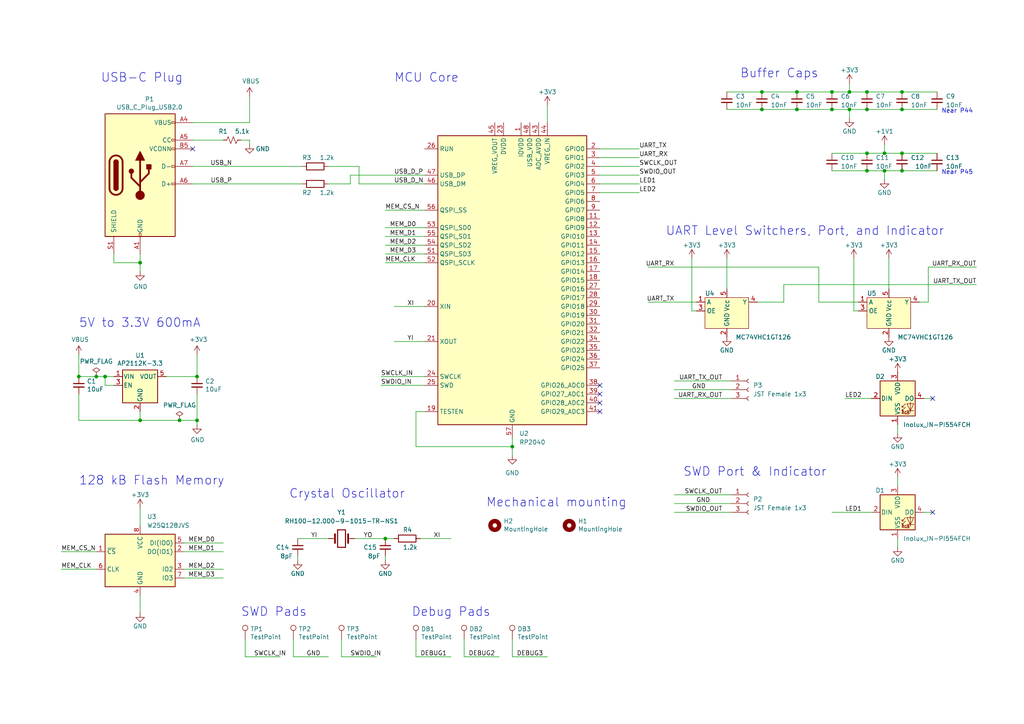
<source format=kicad_sch>
(kicad_sch (version 20211123) (generator eeschema)
  (paper "A4")
  (title_block (title "Expansion Card Template") (date "2020-12-12") (rev "V1.0.2") (company "Framework") (comment 1 "This work is licensed under a Creative Commons Attribution 4.0 International License") (comment 4 "https://frame.work"))
  (lib_symbols
    (symbol "Connector:Conn_01x03_Female" (pin_names (offset 1.016) hide)
      (property "Reference" "J" (at 0 5.08 0))
      (property "Value" "Conn_01x03_Female" (at 0 -5.08 0))
      (symbol "Conn_01x03_Female_1_1"
        (arc (start 0 -2.032) (mid -0.508 -2.54) (end 0 -3.048) (stroke (width 0.1524)))
        (polyline (pts (xy -1.27 -2.54) (xy -0.508 -2.54)) (stroke (width 0.1524)))
        (polyline (pts (xy -1.27 0) (xy -0.508 0)) (stroke (width 0.1524)))
        (polyline (pts (xy -1.27 2.54) (xy -0.508 2.54)) (stroke (width 0.1524)))
        (arc (start 0 0.508) (mid -0.508 0) (end 0 -0.508) (stroke (width 0.1524)))
        (arc (start 0 3.048) (mid -0.508 2.54) (end 0 2.032) (stroke (width 0.1524)))
        (pin passive line (at -5.08 2.54 0) (length 3.81) (name "Pin_1") (number "1"))
        (pin passive line (at -5.08 0 0) (length 3.81) (name "Pin_2") (number "2"))
        (pin passive line (at -5.08 -2.54 0) (length 3.81) (name "Pin_3") (number "3"))
      )
    )
    (symbol "Connector:TestPoint" (pin_numbers hide) (pin_names (offset 0.762) hide)
      (property "Reference" "TP" (at 0 6.858 0))
      (property "Value" "TestPoint" (at 0 5.08 0))
      (symbol "TestPoint_0_1"
        (circle (center 0 3.302) (radius 0.762))
      )
      (symbol "TestPoint_1_1"
        (pin passive line (at 0 0 90) (length 2.54) (name "1") (number "1"))
      )
    )
    (symbol "Connector:USB_C_Plug_USB2.0" (pin_names (offset 1.016))
      (property "Reference" "P" (at -10.16 19.05 0))
      (property "Value" "USB_C_Plug_USB2.0" (at 12.7 19.05 0))
      (symbol "USB_C_Plug_USB2.0_0_0"
        (rectangle (start -0.254 -17.78) (end 0.254 -16.764))
        (rectangle (start 10.16 -2.286) (end 9.144 -2.794))
        (rectangle (start 10.16 2.794) (end 9.144 2.286))
        (rectangle (start 10.16 7.874) (end 9.144 7.366))
        (rectangle (start 10.16 10.414) (end 9.144 9.906))
        (rectangle (start 10.16 15.494) (end 9.144 14.986))
      )
      (symbol "USB_C_Plug_USB2.0_0_1"
        (rectangle (start -10.16 17.78) (end 10.16 -17.78) (stroke (width 0.254)) (fill (type background)))
        (arc (start -8.89 -3.81) (mid -6.985 -5.715) (end -5.08 -3.81) (stroke (width 0.508)))
        (arc (start -7.62 -3.81) (mid -6.985 -4.445) (end -6.35 -3.81) (stroke (width 0.254)))
        (arc (start -7.62 -3.81) (mid -6.985 -4.445) (end -6.35 -3.81) (stroke (width 0.254)) (fill (type outline)))
        (rectangle (start -7.62 -3.81) (end -6.35 3.81) (stroke (width 0.254)) (fill (type outline)))
        (arc (start -6.35 3.81) (mid -6.985 4.445) (end -7.62 3.81) (stroke (width 0.254)))
        (arc (start -6.35 3.81) (mid -6.985 4.445) (end -7.62 3.81) (stroke (width 0.254)) (fill (type outline)))
        (arc (start -5.08 3.81) (mid -6.985 5.715) (end -8.89 3.81) (stroke (width 0.508)))
        (circle (center -2.54 1.143) (radius 0.635) (stroke (width 0.254)) (fill (type outline)))
        (circle (center 0 -5.842) (radius 1.27) (fill (type outline)))
        (polyline (pts (xy -8.89 -3.81) (xy -8.89 3.81)) (stroke (width 0.508)))
        (polyline (pts (xy -5.08 3.81) (xy -5.08 -3.81)) (stroke (width 0.508)))
        (polyline (pts (xy 0 -5.842) (xy 0 4.318)) (stroke (width 0.508)))
        (polyline (pts (xy 0 -3.302) (xy -2.54 -0.762) (xy -2.54 0.508)) (stroke (width 0.508)))
        (polyline (pts (xy 0 -2.032) (xy 2.54 0.508) (xy 2.54 1.778)) (stroke (width 0.508)))
        (polyline (pts (xy -1.27 4.318) (xy 0 6.858) (xy 1.27 4.318) (xy -1.27 4.318)) (stroke (width 0.254)) (fill (type outline)))
        (rectangle (start 1.905 1.778) (end 3.175 3.048) (stroke (width 0.254)) (fill (type outline)))
      )
      (symbol "USB_C_Plug_USB2.0_1_1"
        (pin passive line (at 0 -22.86 90) (length 5.08) (name "GND") (number "A1"))
        (pin passive line (at 0 -22.86 90) (length 5.08) hide (name "GND") (number "A12"))
        (pin passive line (at 15.24 15.24 180) (length 5.08) (name "VBUS") (number "A4"))
        (pin bidirectional line (at 15.24 10.16 180) (length 5.08) (name "CC") (number "A5"))
        (pin bidirectional line (at 15.24 -2.54 180) (length 5.08) (name "D+") (number "A6"))
        (pin bidirectional line (at 15.24 2.54 180) (length 5.08) (name "D-") (number "A7"))
        (pin passive line (at 15.24 15.24 180) (length 5.08) hide (name "VBUS") (number "A9"))
        (pin passive line (at 0 -22.86 90) (length 5.08) hide (name "GND") (number "B1"))
        (pin passive line (at 0 -22.86 90) (length 5.08) hide (name "GND") (number "B12"))
        (pin passive line (at 15.24 15.24 180) (length 5.08) hide (name "VBUS") (number "B4"))
        (pin bidirectional line (at 15.24 7.62 180) (length 5.08) (name "VCONN") (number "B5"))
        (pin passive line (at 15.24 15.24 180) (length 5.08) hide (name "VBUS") (number "B9"))
        (pin passive line (at -7.62 -22.86 90) (length 5.08) (name "SHIELD") (number "S1"))
      )
    )
    (symbol "Device:C_Small" (pin_numbers hide) (pin_names (offset 0.254) hide)
      (property "Reference" "C" (at 0.254 1.778 0))
      (property "Value" "C_Small" (at 0.254 -2.032 0))
      (symbol "C_Small_0_1"
        (polyline (pts (xy -1.524 -0.508) (xy 1.524 -0.508)) (stroke (width 0.3302)))
        (polyline (pts (xy -1.524 0.508) (xy 1.524 0.508)) (stroke (width 0.3048)))
      )
      (symbol "C_Small_1_1"
        (pin passive line (at 0 2.54 270) (length 2.032) (name "~") (number "1"))
        (pin passive line (at 0 -2.54 90) (length 2.032) (name "~") (number "2"))
      )
    )
    (symbol "Device:Crystal" (pin_numbers hide) (pin_names (offset 1.016) hide)
      (property "Reference" "Y" (at 0 3.81 0))
      (property "Value" "Crystal" (at 0 -3.81 0))
      (symbol "Crystal_0_1"
        (rectangle (start -1.143 2.54) (end 1.143 -2.54) (stroke (width 0.3048)))
        (polyline (pts (xy -2.54 0) (xy -1.905 0)))
        (polyline (pts (xy -1.905 -1.27) (xy -1.905 1.27)) (stroke (width 0.508)))
        (polyline (pts (xy 1.905 -1.27) (xy 1.905 1.27)) (stroke (width 0.508)))
        (polyline (pts (xy 2.54 0) (xy 1.905 0)))
      )
      (symbol "Crystal_1_1"
        (pin passive line (at -3.81 0 0) (length 1.27) (name "1") (number "1"))
        (pin passive line (at 3.81 0 180) (length 1.27) (name "2") (number "2"))
      )
    )
    (symbol "Device:R" (pin_numbers hide) (pin_names (offset 0))
      (property "Reference" "R" (at 2.032 0 90))
      (property "Value" "R" (at 0 0 90))
      (symbol "R_0_1"
        (rectangle (start -1.016 -2.54) (end 1.016 2.54) (stroke (width 0.254)))
      )
      (symbol "R_1_1"
        (pin passive line (at 0 3.81 270) (length 1.27) (name "~") (number "1"))
        (pin passive line (at 0 -3.81 90) (length 1.27) (name "~") (number "2"))
      )
    )
    (symbol "Device:R_Small_US" (pin_numbers hide) (pin_names (offset 0.254) hide)
      (property "Reference" "R" (at 0.762 0.508 0))
      (property "Value" "R_Small_US" (at 0.762 -1.016 0))
      (symbol "R_Small_US_1_1"
        (polyline (pts (xy 0 0) (xy 1.016 -0.381) (xy 0 -0.762) (xy -1.016 -1.143) (xy 0 -1.524)))
        (polyline (pts (xy 0 1.524) (xy 1.016 1.143) (xy 0 0.762) (xy -1.016 0.381) (xy 0 0)))
        (pin passive line (at 0 2.54 270) (length 1.016) (name "~") (number "1"))
        (pin passive line (at 0 -2.54 90) (length 1.016) (name "~") (number "2"))
      )
    )
    (symbol "Expansion_Card-rescue:+3.3V-power" (power) (pin_names (offset 0))
      (property "Value" "+3.3V-power" (at 0 3.556 0))
      (symbol "+3.3V-power_0_1"
        (polyline (pts (xy -0.762 1.27) (xy 0 2.54)))
        (polyline (pts (xy 0 0) (xy 0 2.54)))
        (polyline (pts (xy 0 2.54) (xy 0.762 1.27)))
      )
      (symbol "+3.3V-power_1_1"
        (pin power_in line (at 0 0 90) (length 0) hide (name "+3V3") (number "1"))
      )
    )
    (symbol "KKicadLib:MC74VHC1GT126"
      (property "Reference" "U?" (at -6.35 5.08 0))
      (property "Value" "MC74VHC1GT126" (at 8.89 -6.35 0))
      (symbol "MC74VHC1GT126_0_0"
        (pin input line (at -8.89 2.54 0) (length 2.54) (name "A") (number "1"))
        (pin passive line (at 0 -7.62 90) (length 2.54) (name "GND") (number "2"))
        (pin input line (at -8.89 0 0) (length 2.54) (name "OE") (number "3"))
        (pin output line (at 8.89 2.54 180) (length 2.54) (name "Y") (number "4"))
        (pin power_in line (at 0 6.35 270) (length 2.54) (name "Vcc") (number "5"))
      )
      (symbol "MC74VHC1GT126_0_1"
        (rectangle (start -6.35 3.81) (end 6.35 -5.08) (fill (type background)))
      )
    )
    (symbol "LED:Inolux_IN-PI554FCH" (pin_names (offset 0.254))
      (property "Reference" "D" (at 5.08 5.715 0))
      (property "Value" "Inolux_IN-PI554FCH" (at 1.27 -5.715 0))
      (symbol "Inolux_IN-PI554FCH_0_0"
        (text "RGB" (at 2.286 -4.191 0) (effects (font (size 0.762 0.762))))
      )
      (symbol "Inolux_IN-PI554FCH_0_1"
        (polyline (pts (xy 1.27 -3.556) (xy 1.778 -3.556)))
        (polyline (pts (xy 1.27 -2.54) (xy 1.778 -2.54)))
        (polyline (pts (xy 4.699 -3.556) (xy 2.667 -3.556)))
        (polyline (pts (xy 2.286 -2.54) (xy 1.27 -3.556) (xy 1.27 -3.048)))
        (polyline (pts (xy 2.286 -1.524) (xy 1.27 -2.54) (xy 1.27 -2.032)))
        (polyline (pts (xy 3.683 -1.016) (xy 3.683 -3.556) (xy 3.683 -4.064)))
        (polyline (pts (xy 4.699 -1.524) (xy 2.667 -1.524) (xy 3.683 -3.556) (xy 4.699 -1.524)))
        (rectangle (start 5.08 5.08) (end -5.08 -5.08) (stroke (width 0.254)) (fill (type background)))
      )
      (symbol "Inolux_IN-PI554FCH_1_1"
        (pin power_in line (at 0 -7.62 90) (length 2.54) (name "VSS") (number "1"))
        (pin input line (at -7.62 0 0) (length 2.54) (name "DIN") (number "2"))
        (pin power_in line (at 0 7.62 270) (length 2.54) (name "VDD") (number "3"))
        (pin output line (at 7.62 0 180) (length 2.54) (name "DO") (number "4"))
      )
    )
    (symbol "MC74VHC1GT126_1"
      (property "Reference" "U?" (at -6.35 5.08 0))
      (property "Value" "MC74VHC1GT126_1" (at 8.89 -6.35 0))
      (symbol "MC74VHC1GT126_1_0_0"
        (pin input line (at -8.89 2.54 0) (length 2.54) (name "A") (number "1"))
        (pin passive line (at 0 -7.62 90) (length 2.54) (name "GND") (number "2"))
        (pin input line (at -8.89 0 0) (length 2.54) (name "OE") (number "3"))
        (pin output line (at 8.89 2.54 180) (length 2.54) (name "Y") (number "4"))
        (pin power_in line (at 0 6.35 270) (length 2.54) (name "Vcc") (number "5"))
      )
      (symbol "MC74VHC1GT126_1_0_1"
        (rectangle (start -6.35 3.81) (end 6.35 -5.08) (fill (type background)))
      )
    )
    (symbol "MCU_RaspberryPi:RP2040"
      (property "Reference" "U" (at 17.78 45.72 0))
      (property "Value" "RP2040" (at 17.78 43.18 0))
      (symbol "RP2040_0_1"
        (rectangle (start -21.59 41.91) (end 21.59 -41.91) (stroke (width 0.254)) (fill (type background)))
      )
      (symbol "RP2040_1_1"
        (pin power_in line (at 2.54 45.72 270) (length 3.81) (name "IOVDD") (number "1"))
        (pin passive line (at 2.54 45.72 270) (length 3.81) hide (name "IOVDD") (number "10"))
        (pin bidirectional line (at 25.4 17.78 180) (length 3.81) (name "GPIO8") (number "11"))
        (pin bidirectional line (at 25.4 15.24 180) (length 3.81) (name "GPIO9") (number "12"))
        (pin bidirectional line (at 25.4 12.7 180) (length 3.81) (name "GPIO10") (number "13"))
        (pin bidirectional line (at 25.4 10.16 180) (length 3.81) (name "GPIO11") (number "14"))
        (pin bidirectional line (at 25.4 7.62 180) (length 3.81) (name "GPIO12") (number "15"))
        (pin bidirectional line (at 25.4 5.08 180) (length 3.81) (name "GPIO13") (number "16"))
        (pin bidirectional line (at 25.4 2.54 180) (length 3.81) (name "GPIO14") (number "17"))
        (pin bidirectional line (at 25.4 0 180) (length 3.81) (name "GPIO15") (number "18"))
        (pin input line (at -25.4 -38.1 0) (length 3.81) (name "TESTEN") (number "19"))
        (pin bidirectional line (at 25.4 38.1 180) (length 3.81) (name "GPIO0") (number "2"))
        (pin input line (at -25.4 -7.62 0) (length 3.81) (name "XIN") (number "20"))
        (pin passive line (at -25.4 -17.78 0) (length 3.81) (name "XOUT") (number "21"))
        (pin passive line (at 2.54 45.72 270) (length 3.81) hide (name "IOVDD") (number "22"))
        (pin power_in line (at -2.54 45.72 270) (length 3.81) (name "DVDD") (number "23"))
        (pin output line (at -25.4 -27.94 0) (length 3.81) (name "SWCLK") (number "24"))
        (pin bidirectional line (at -25.4 -30.48 0) (length 3.81) (name "SWD") (number "25"))
        (pin input line (at -25.4 38.1 0) (length 3.81) (name "RUN") (number "26"))
        (pin bidirectional line (at 25.4 -2.54 180) (length 3.81) (name "GPIO16") (number "27"))
        (pin bidirectional line (at 25.4 -5.08 180) (length 3.81) (name "GPIO17") (number "28"))
        (pin bidirectional line (at 25.4 -7.62 180) (length 3.81) (name "GPIO18") (number "29"))
        (pin bidirectional line (at 25.4 35.56 180) (length 3.81) (name "GPIO1") (number "3"))
        (pin bidirectional line (at 25.4 -10.16 180) (length 3.81) (name "GPIO19") (number "30"))
        (pin bidirectional line (at 25.4 -12.7 180) (length 3.81) (name "GPIO20") (number "31"))
        (pin bidirectional line (at 25.4 -15.24 180) (length 3.81) (name "GPIO21") (number "32"))
        (pin passive line (at 2.54 45.72 270) (length 3.81) hide (name "IOVDD") (number "33"))
        (pin bidirectional line (at 25.4 -17.78 180) (length 3.81) (name "GPIO22") (number "34"))
        (pin bidirectional line (at 25.4 -20.32 180) (length 3.81) (name "GPIO23") (number "35"))
        (pin bidirectional line (at 25.4 -22.86 180) (length 3.81) (name "GPIO24") (number "36"))
        (pin bidirectional line (at 25.4 -25.4 180) (length 3.81) (name "GPIO25") (number "37"))
        (pin bidirectional line (at 25.4 -30.48 180) (length 3.81) (name "GPIO26_ADC0") (number "38"))
        (pin bidirectional line (at 25.4 -33.02 180) (length 3.81) (name "GPIO27_ADC1") (number "39"))
        (pin bidirectional line (at 25.4 33.02 180) (length 3.81) (name "GPIO2") (number "4"))
        (pin bidirectional line (at 25.4 -35.56 180) (length 3.81) (name "GPIO28_ADC2") (number "40"))
        (pin bidirectional line (at 25.4 -38.1 180) (length 3.81) (name "GPIO29_ADC3") (number "41"))
        (pin passive line (at 2.54 45.72 270) (length 3.81) hide (name "IOVDD") (number "42"))
        (pin power_in line (at 7.62 45.72 270) (length 3.81) (name "ADC_AVDD") (number "43"))
        (pin power_in line (at 10.16 45.72 270) (length 3.81) (name "VREG_IN") (number "44"))
        (pin power_out line (at -5.08 45.72 270) (length 3.81) (name "VREG_VOUT") (number "45"))
        (pin bidirectional line (at -25.4 27.94 0) (length 3.81) (name "USB_DM") (number "46"))
        (pin bidirectional line (at -25.4 30.48 0) (length 3.81) (name "USB_DP") (number "47"))
        (pin power_in line (at 5.08 45.72 270) (length 3.81) (name "USB_VDD") (number "48"))
        (pin passive line (at 2.54 45.72 270) (length 3.81) hide (name "IOVDD") (number "49"))
        (pin bidirectional line (at 25.4 30.48 180) (length 3.81) (name "GPIO3") (number "5"))
        (pin passive line (at -2.54 45.72 270) (length 3.81) hide (name "DVDD") (number "50"))
        (pin bidirectional line (at -25.4 7.62 0) (length 3.81) (name "QSPI_SD3") (number "51"))
        (pin output line (at -25.4 5.08 0) (length 3.81) (name "QSPI_SCLK") (number "52"))
        (pin bidirectional line (at -25.4 15.24 0) (length 3.81) (name "QSPI_SD0") (number "53"))
        (pin bidirectional line (at -25.4 10.16 0) (length 3.81) (name "QSPI_SD2") (number "54"))
        (pin bidirectional line (at -25.4 12.7 0) (length 3.81) (name "QSPI_SD1") (number "55"))
        (pin bidirectional line (at -25.4 20.32 0) (length 3.81) (name "QSPI_SS") (number "56"))
        (pin power_in line (at 0 -45.72 90) (length 3.81) (name "GND") (number "57"))
        (pin bidirectional line (at 25.4 27.94 180) (length 3.81) (name "GPIO4") (number "6"))
        (pin bidirectional line (at 25.4 25.4 180) (length 3.81) (name "GPIO5") (number "7"))
        (pin bidirectional line (at 25.4 22.86 180) (length 3.81) (name "GPIO6") (number "8"))
        (pin bidirectional line (at 25.4 20.32 180) (length 3.81) (name "GPIO7") (number "9"))
      )
    )
    (symbol "Mechanical:MountingHole" (pin_names (offset 1.016))
      (property "Reference" "H" (at 0 5.08 0))
      (property "Value" "MountingHole" (at 0 3.175 0))
      (symbol "MountingHole_0_1"
        (circle (center 0 0) (radius 1.27) (stroke (width 1.27)))
      )
    )
    (symbol "Memory_Flash:W25Q128JVS"
      (property "Reference" "U" (at -8.89 8.89 0))
      (property "Value" "W25Q128JVS" (at 7.62 8.89 0))
      (symbol "W25Q128JVS_0_1"
        (rectangle (start -10.16 7.62) (end 10.16 -7.62) (stroke (width 0.254)) (fill (type background)))
      )
      (symbol "W25Q128JVS_1_1"
        (pin input line (at -12.7 2.54 0) (length 2.54) (name "~{CS}") (number "1"))
        (pin bidirectional line (at 12.7 2.54 180) (length 2.54) (name "DO(IO1)") (number "2"))
        (pin bidirectional line (at 12.7 -2.54 180) (length 2.54) (name "IO2") (number "3"))
        (pin power_in line (at 0 -10.16 90) (length 2.54) (name "GND") (number "4"))
        (pin bidirectional line (at 12.7 5.08 180) (length 2.54) (name "DI(IO0)") (number "5"))
        (pin input line (at -12.7 -2.54 0) (length 2.54) (name "CLK") (number "6"))
        (pin bidirectional line (at 12.7 -5.08 180) (length 2.54) (name "IO3") (number "7"))
        (pin power_in line (at 0 10.16 270) (length 2.54) (name "VCC") (number "8"))
      )
    )
    (symbol "Regulator_Linear:AP2112K-3.3" (pin_names (offset 0.254))
      (property "Reference" "U" (at -5.08 5.715 0))
      (property "Value" "AP2112K-3.3" (at 0 5.715 0))
      (symbol "AP2112K-3.3_0_1"
        (rectangle (start -5.08 4.445) (end 5.08 -5.08) (stroke (width 0.254)) (fill (type background)))
      )
      (symbol "AP2112K-3.3_1_1"
        (pin power_in line (at -7.62 2.54 0) (length 2.54) (name "VIN") (number "1"))
        (pin power_in line (at 0 -7.62 90) (length 2.54) (name "GND") (number "2"))
        (pin input line (at -7.62 0 0) (length 2.54) (name "EN") (number "3"))
        (pin no_connect line (at 5.08 0 180) (length 2.54) hide (name "NC") (number "4"))
        (pin power_out line (at 7.62 2.54 180) (length 2.54) (name "VOUT") (number "5"))
      )
    )
    (symbol "power:+1V1" (power) (pin_names (offset 0))
      (property "Value" "+1V1" (at 0 3.556 0))
      (symbol "+1V1_0_1"
        (polyline (pts (xy -0.762 1.27) (xy 0 2.54)))
        (polyline (pts (xy 0 0) (xy 0 2.54)))
        (polyline (pts (xy 0 2.54) (xy 0.762 1.27)))
      )
      (symbol "+1V1_1_1"
        (pin power_in line (at 0 0 90) (length 0) hide (name "+1V1") (number "1"))
      )
    )
    (symbol "power:+3V3" (power) (pin_names (offset 0))
      (property "Value" "+3V3" (at 0 3.556 0))
      (symbol "+3V3_0_1"
        (polyline (pts (xy -0.762 1.27) (xy 0 2.54)))
        (polyline (pts (xy 0 0) (xy 0 2.54)))
        (polyline (pts (xy 0 2.54) (xy 0.762 1.27)))
      )
      (symbol "+3V3_1_1"
        (pin power_in line (at 0 0 90) (length 0) hide (name "+3V3") (number "1"))
      )
    )
    (symbol "power:GND" (power) (pin_names (offset 0))
      (property "Value" "GND" (at 0 -3.81 0))
      (symbol "GND_0_1"
        (polyline (pts (xy 0 0) (xy 0 -1.27) (xy 1.27 -1.27) (xy 0 -2.54) (xy -1.27 -1.27) (xy 0 -1.27)))
      )
      (symbol "GND_1_1"
        (pin power_in line (at 0 0 270) (length 0) hide (name "GND") (number "1"))
      )
    )
    (symbol "power:PWR_FLAG" (power) (pin_numbers hide) (pin_names (offset 0) hide)
      (property "Value" "PWR_FLAG" (at 0 3.81 0))
      (symbol "PWR_FLAG_0_0"
        (pin power_out line (at 0 0 90) (length 0) (name "pwr") (number "1"))
      )
      (symbol "PWR_FLAG_0_1"
        (polyline (pts (xy 0 0) (xy 0 1.27) (xy -1.016 1.905) (xy 0 2.54) (xy 1.016 1.905) (xy 0 1.27)))
      )
    )
    (symbol "power:VBUS" (power) (pin_names (offset 0))
      (property "Value" "VBUS" (at 0 3.81 0))
      (symbol "VBUS_0_1"
        (polyline (pts (xy -0.762 1.27) (xy 0 2.54)))
        (polyline (pts (xy 0 0) (xy 0 2.54)))
        (polyline (pts (xy 0 2.54) (xy 0.762 1.27)))
      )
      (symbol "VBUS_1_1"
        (pin power_in line (at 0 0 90) (length 0) hide (name "VBUS") (number "1"))
      )
    )
  )
  (junction (at 220.98 26.67))
  (junction (at 261.62 49.53))
  (junction (at 256.54 44.45))
  (junction (at 261.62 31.75))
  (junction (at 220.98 31.75))
  (junction (at 256.54 49.53))
  (junction (at 40.64 121.92))
  (junction (at 111.76 156.21))
  (junction (at 246.38 31.75))
  (junction (at 251.46 26.67))
  (junction (at 251.46 44.45))
  (junction (at 30.48 109.22))
  (junction (at 148.59 129.54))
  (junction (at 246.38 26.67))
  (junction (at 57.15 109.22))
  (junction (at 52.07 121.92))
  (junction (at 57.15 121.92))
  (junction (at 231.14 26.67))
  (junction (at 40.64 76.2))
  (junction (at 241.3 26.67))
  (junction (at 231.14 31.75))
  (junction (at 241.3 31.75))
  (junction (at 251.46 31.75))
  (junction (at 27.94 109.22))
  (junction (at 251.46 49.53))
  (junction (at 22.86 109.22))
  (junction (at 261.62 26.67))
  (junction (at 261.62 44.45))
  (no_connect (at 270.51 115.57))
  (no_connect (at 55.88 43.18))
  (no_connect (at 270.51 148.59))
  (no_connect (at 173.99 119.38))
  (no_connect (at 173.99 111.76))
  (no_connect (at 173.99 116.84))
  (no_connect (at 173.99 114.3))
  (wire (pts (xy 17.78 165.1) (xy 27.94 165.1)))
  (wire (pts (xy 241.3 44.45) (xy 251.46 44.45)))
  (wire (pts (xy 187.96 77.47) (xy 237.49 77.47)))
  (wire (pts (xy 102.87 156.21) (xy 111.76 156.21)))
  (wire (pts (xy 195.58 110.49) (xy 212.09 110.49)))
  (wire (pts (xy 53.34 160.02) (xy 64.77 160.02)))
  (wire (pts (xy 55.88 48.26) (xy 87.63 48.26)))
  (wire (pts (xy 241.3 148.59) (xy 252.73 148.59)))
  (wire (pts (xy 40.64 147.32) (xy 40.64 152.4)))
  (wire (pts (xy 251.46 49.53) (xy 256.54 49.53)))
  (wire (pts (xy 95.25 48.26) (xy 104.14 48.26)))
  (wire (pts (xy 246.38 26.67) (xy 251.46 26.67)))
  (wire (pts (xy 246.38 24.13) (xy 246.38 26.67)))
  (wire (pts (xy 195.58 146.05) (xy 212.09 146.05)))
  (wire (pts (xy 22.86 102.87) (xy 22.86 109.22)))
  (wire (pts (xy 111.76 76.2) (xy 123.19 76.2)))
  (wire (pts (xy 40.64 172.72) (xy 40.64 177.8)))
  (wire (pts (xy 261.62 49.53) (xy 271.78 49.53)))
  (wire (pts (xy 173.99 53.34) (xy 185.42 53.34)))
  (wire (pts (xy 220.98 31.75) (xy 231.14 31.75)))
  (wire (pts (xy 158.75 30.48) (xy 158.75 35.56)))
  (wire (pts (xy 237.49 87.63) (xy 248.92 87.63)))
  (wire (pts (xy 27.94 109.22) (xy 30.48 109.22)))
  (wire (pts (xy 173.99 55.88) (xy 185.42 55.88)))
  (wire (pts (xy 210.82 31.75) (xy 220.98 31.75)))
  (wire (pts (xy 72.39 35.56) (xy 72.39 27.94)))
  (wire (pts (xy 53.34 157.48) (xy 64.77 157.48)))
  (wire (pts (xy 219.71 87.63) (xy 227.33 87.63)))
  (wire (pts (xy 110.49 109.22) (xy 123.19 109.22)))
  (wire (pts (xy 256.54 49.53) (xy 261.62 49.53)))
  (wire (pts (xy 30.48 111.76) (xy 30.48 109.22)))
  (wire (pts (xy 114.3 88.9) (xy 123.19 88.9)))
  (wire (pts (xy 52.07 121.92) (xy 57.15 121.92)))
  (wire (pts (xy 48.26 109.22) (xy 57.15 109.22)))
  (wire (pts (xy 187.96 87.63) (xy 201.93 87.63)))
  (wire (pts (xy 69.85 40.64) (xy 72.39 40.64)))
  (wire (pts (xy 195.58 148.59) (xy 212.09 148.59)))
  (wire (pts (xy 251.46 31.75) (xy 261.62 31.75)))
  (wire (pts (xy 257.81 74.93) (xy 257.81 83.82)))
  (wire (pts (xy 114.3 99.06) (xy 123.19 99.06)))
  (wire (pts (xy 220.98 26.67) (xy 231.14 26.67)))
  (wire (pts (xy 148.59 129.54) (xy 148.59 132.08)))
  (wire (pts (xy 120.65 129.54) (xy 148.59 129.54)))
  (wire (pts (xy 261.62 31.75) (xy 271.78 31.75)))
  (wire (pts (xy 148.59 185.42) (xy 148.59 190.5)))
  (wire (pts (xy 241.3 49.53) (xy 251.46 49.53)))
  (wire (pts (xy 247.65 74.93) (xy 247.65 90.17)))
  (wire (pts (xy 55.88 40.64) (xy 64.77 40.64)))
  (wire (pts (xy 111.76 60.96) (xy 123.19 60.96)))
  (wire (pts (xy 55.88 35.56) (xy 72.39 35.56)))
  (wire (pts (xy 85.09 185.42) (xy 85.09 190.5)))
  (wire (pts (xy 33.02 76.2) (xy 40.64 76.2)))
  (wire (pts (xy 57.15 114.3) (xy 57.15 121.92)))
  (wire (pts (xy 30.48 109.22) (xy 33.02 109.22)))
  (wire (pts (xy 173.99 48.26) (xy 185.42 48.26)))
  (wire (pts (xy 261.62 44.45) (xy 271.78 44.45)))
  (wire (pts (xy 173.99 50.8) (xy 185.42 50.8)))
  (wire (pts (xy 95.25 53.34) (xy 101.6 53.34)))
  (wire (pts (xy 260.35 138.43) (xy 260.35 140.97)))
  (wire (pts (xy 260.35 123.19) (xy 260.35 125.73)))
  (wire (pts (xy 246.38 31.75) (xy 251.46 31.75)))
  (wire (pts (xy 22.86 121.92) (xy 40.64 121.92)))
  (wire (pts (xy 99.06 190.5) (xy 109.22 190.5)))
  (wire (pts (xy 283.21 77.47) (xy 269.24 77.47)))
  (wire (pts (xy 256.54 44.45) (xy 261.62 44.45)))
  (wire (pts (xy 195.58 143.51) (xy 212.09 143.51)))
  (wire (pts (xy 111.76 161.29) (xy 111.76 162.56)))
  (wire (pts (xy 251.46 26.67) (xy 261.62 26.67)))
  (wire (pts (xy 33.02 111.76) (xy 30.48 111.76)))
  (wire (pts (xy 256.54 41.91) (xy 256.54 44.45)))
  (wire (pts (xy 134.62 185.42) (xy 134.62 190.5)))
  (wire (pts (xy 231.14 26.67) (xy 241.3 26.67)))
  (wire (pts (xy 104.14 53.34) (xy 104.14 48.26)))
  (wire (pts (xy 111.76 68.58) (xy 123.19 68.58)))
  (wire (pts (xy 241.3 26.67) (xy 246.38 26.67)))
  (wire (pts (xy 72.39 40.64) (xy 72.39 41.91)))
  (wire (pts (xy 120.65 190.5) (xy 130.81 190.5)))
  (wire (pts (xy 267.97 148.59) (xy 270.51 148.59)))
  (wire (pts (xy 200.66 74.93) (xy 200.66 90.17)))
  (wire (pts (xy 57.15 102.87) (xy 57.15 109.22)))
  (wire (pts (xy 123.19 119.38) (xy 120.65 119.38)))
  (wire (pts (xy 251.46 44.45) (xy 256.54 44.45)))
  (wire (pts (xy 241.3 31.75) (xy 246.38 31.75)))
  (wire (pts (xy 40.64 76.2) (xy 40.64 73.66)))
  (wire (pts (xy 227.33 87.63) (xy 227.33 82.55)))
  (wire (pts (xy 134.62 190.5) (xy 144.78 190.5)))
  (wire (pts (xy 120.65 119.38) (xy 120.65 129.54)))
  (wire (pts (xy 40.64 119.38) (xy 40.64 121.92)))
  (wire (pts (xy 99.06 185.42) (xy 99.06 190.5)))
  (wire (pts (xy 246.38 31.75) (xy 246.38 34.29)))
  (wire (pts (xy 123.19 53.34) (xy 104.14 53.34)))
  (wire (pts (xy 148.59 127) (xy 148.59 129.54)))
  (wire (pts (xy 231.14 31.75) (xy 241.3 31.75)))
  (wire (pts (xy 57.15 121.92) (xy 57.15 123.19)))
  (wire (pts (xy 55.88 53.34) (xy 87.63 53.34)))
  (wire (pts (xy 86.36 156.21) (xy 95.25 156.21)))
  (wire (pts (xy 111.76 73.66) (xy 123.19 73.66)))
  (wire (pts (xy 121.92 156.21) (xy 130.81 156.21)))
  (wire (pts (xy 201.93 90.17) (xy 200.66 90.17)))
  (wire (pts (xy 237.49 77.47) (xy 237.49 87.63)))
  (wire (pts (xy 33.02 73.66) (xy 33.02 76.2)))
  (wire (pts (xy 85.09 190.5) (xy 95.25 190.5)))
  (wire (pts (xy 110.49 111.76) (xy 123.19 111.76)))
  (wire (pts (xy 269.24 77.47) (xy 269.24 87.63)))
  (wire (pts (xy 114.3 156.21) (xy 111.76 156.21)))
  (wire (pts (xy 22.86 114.3) (xy 22.86 121.92)))
  (wire (pts (xy 111.76 71.12) (xy 123.19 71.12)))
  (wire (pts (xy 71.12 185.42) (xy 71.12 190.5)))
  (wire (pts (xy 22.86 109.22) (xy 27.94 109.22)))
  (wire (pts (xy 195.58 113.03) (xy 212.09 113.03)))
  (wire (pts (xy 227.33 82.55) (xy 283.21 82.55)))
  (wire (pts (xy 195.58 115.57) (xy 212.09 115.57)))
  (wire (pts (xy 101.6 50.8) (xy 123.19 50.8)))
  (wire (pts (xy 40.64 78.74) (xy 40.64 76.2)))
  (wire (pts (xy 71.12 190.5) (xy 81.28 190.5)))
  (wire (pts (xy 261.62 26.67) (xy 271.78 26.67)))
  (wire (pts (xy 267.97 115.57) (xy 270.51 115.57)))
  (wire (pts (xy 40.64 121.92) (xy 52.07 121.92)))
  (wire (pts (xy 111.76 66.04) (xy 123.19 66.04)))
  (wire (pts (xy 53.34 165.1) (xy 64.77 165.1)))
  (wire (pts (xy 256.54 49.53) (xy 256.54 52.07)))
  (wire (pts (xy 53.34 167.64) (xy 64.77 167.64)))
  (wire (pts (xy 120.65 185.42) (xy 120.65 190.5)))
  (wire (pts (xy 148.59 190.5) (xy 158.75 190.5)))
  (wire (pts (xy 86.36 161.29) (xy 86.36 162.56)))
  (wire (pts (xy 173.99 43.18) (xy 185.42 43.18)))
  (wire (pts (xy 247.65 90.17) (xy 248.92 90.17)))
  (wire (pts (xy 173.99 45.72) (xy 185.42 45.72)))
  (wire (pts (xy 210.82 26.67) (xy 220.98 26.67)))
  (wire (pts (xy 260.35 156.21) (xy 260.35 158.75)))
  (wire (pts (xy 245.11 115.57) (xy 252.73 115.57)))
  (wire (pts (xy 17.78 160.02) (xy 27.94 160.02)))
  (wire (pts (xy 269.24 87.63) (xy 266.7 87.63)))
  (wire (pts (xy 101.6 53.34) (xy 101.6 50.8)))
  (wire (pts (xy 210.82 74.93) (xy 210.82 83.82)))
  (text "SWD Port & Indicator" (at 198.12 138.43 0) (effects (font (size 2.54 2.54)) (justify left bottom)))
  (text "UART Level Switchers, Port, and Indicator" (at 193.04 68.58 0) (effects (font (size 2.54 2.54)) (justify left bottom)))
  (text "5V to 3.3V 600mA" (at 22.86 95.25 0) (effects (font (size 2.54 2.54)) (justify left bottom)))
  (text "Debug Pads" (at 119.38 179.07 0) (effects (font (size 2.54 2.54)) (justify left bottom)))
  (text "Mechanical mounting" (at 140.97 147.32 0) (effects (font (size 2.54 2.54)) (justify left bottom)))
  (text "Buffer Caps" (at 214.63 22.86 0) (effects (font (size 2.54 2.54)) (justify left bottom)))
  (text "MCU Core" (at 114.3 24.13 0) (effects (font (size 2.54 2.54)) (justify left bottom)))
  (text "128 kB Flash Memory" (at 22.86 140.97 0) (effects (font (size 2.54 2.54)) (justify left bottom)))
  (text "USB-C Plug" (at 29.21 24.13 0) (effects (font (size 2.54 2.54)) (justify left bottom)))
  (text "Near P44" (at 273.05 33.02 0) (effects (font (size 1.27 1.27)) (justify left bottom)))
  (text "Crystal Oscillator" (at 83.82 144.78 0) (effects (font (size 2.54 2.54)) (justify left bottom)))
  (text "SWD Pads" (at 69.85 179.07 0) (effects (font (size 2.54 2.54)) (justify left bottom)))
  (text "Near P45" (at 273.05 50.8 0) (effects (font (size 1.27 1.27)) (justify left bottom)))
  (label "MEM_D2" (at 113.03 71.12 0))
  (label "MEM_D1" (at 113.03 68.58 0))
  (label "GND" (at 200.66 113.03 0))
  (label "XI" (at 118.11 88.9 0))
  (label "USB_D_P" (at 114.3 50.8 0))
  (label "YI" (at 118.11 99.06 0))
  (label "GND" (at 88.9 190.5 0))
  (label "MEM_CS_N" (at 111.76 60.96 0))
  (label "UART_TX_OUT" (at 283.21 82.55 180))
  (label "MEM_D2" (at 54.61 165.1 0))
  (label "DEBUG3" (at 149.86 190.5 0))
  (label "LED1" (at 245.11 148.59 0))
  (label "GND" (at 201.93 146.05 0))
  (label "UART_RX" (at 185.42 45.72 0))
  (label "USB_D_N" (at 114.3 53.34 0))
  (label "UART_RX" (at 195.58 77.47 180))
  (label "XI" (at 125.73 156.21 0))
  (label "SWCLK_IN" (at 110.49 109.22 0))
  (label "MEM_CLK" (at 17.78 165.1 0))
  (label "SWDIO_IN" (at 101.6 190.5 0))
  (label "UART_TX_OUT" (at 209.55 110.49 180))
  (label "MEM_CS_N" (at 17.78 160.02 0))
  (label "DEBUG2" (at 135.89 190.5 0))
  (label "DEBUG1" (at 121.92 190.5 0))
  (label "UART_TX" (at 185.42 43.18 0))
  (label "MEM_D1" (at 54.61 160.02 0))
  (label "SWCLK_IN" (at 73.66 190.5 0))
  (label "SWDIO_OUT" (at 185.42 50.8 0))
  (label "SWCLK_OUT" (at 185.42 48.26 0))
  (label "USB_N" (at 67.31 48.26 180))
  (label "UART_TX" (at 195.58 87.63 180))
  (label "LED1" (at 185.42 53.34 0))
  (label "USB_P" (at 67.31 53.34 180))
  (label "SWDIO_IN" (at 110.49 111.76 0))
  (label "LED2" (at 245.11 115.57 0))
  (label "UART_RX_OUT" (at 209.55 115.57 180))
  (label "SWCLK_OUT" (at 209.55 143.51 180))
  (label "MEM_D0" (at 54.61 157.48 0))
  (label "MEM_D0" (at 113.03 66.04 0))
  (label "LED2" (at 185.42 55.88 0))
  (label "SWDIO_OUT" (at 209.55 148.59 180))
  (label "MEM_CLK" (at 111.76 76.2 0))
  (label "MEM_D3" (at 113.03 73.66 0))
  (label "YO" (at 105.41 156.21 0))
  (label "UART_RX_OUT" (at 283.21 77.47 180))
  (label "YI" (at 90.17 156.21 0))
  (label "MEM_D3" (at 54.61 167.64 0))
  (symbol (lib_id "Regulator_Linear:AP2112K-3.3") (at 40.64 111.76 0) (unit 1)
    (property "Reference" "U1" (at 40.64 103.0732 0))
    (property "Value" "AP2112K-3.3" (at 40.64 105.3846 0))
    (property "Footprint" "Package_TO_SOT_SMD:SOT-23-5" (effects hide))
    (property "Datasheet" "https://www.diodes.com/assets/Datasheets/AP2112.pdf" (effects hide))
  )
  (symbol (lib_id "Device:C_Small") (at 22.86 111.76 0) (unit 1)
    (property "Reference" "C1" (at 25.1968 110.5916 0) (effects (justify left)))
    (property "Value" "10uF" (at 25.1968 112.903 0) (effects (justify left)))
    (property "Footprint" "Capacitor_SMD:C_0805_2012Metric" (effects hide))
  )
  (symbol (lib_id "Device:C_Small") (at 57.15 111.76 0) (unit 1)
    (property "Reference" "C2" (at 59.4868 110.5916 0) (effects (justify left)))
    (property "Value" "10uF" (at 59.4868 112.903 0) (effects (justify left)))
    (property "Footprint" "Capacitor_SMD:C_0805_2012Metric" (effects hide))
  )
  (symbol (lib_id "Expansion_Card-rescue:+3.3V-power") (at 57.15 102.87 0) (unit 1)
    (property "Reference" "#PWR05" (effects hide))
    (property "Value" "+3.3V" (at 57.531 98.4758 0))
  )
  (symbol (lib_id "power:GND") (at 57.15 123.19 0) (unit 1)
    (property "Reference" "#PWR06" (effects hide))
    (property "Value" "GND" (at 57.277 127.5842 0))
  )
  (symbol (lib_id "power:VBUS") (at 22.86 102.87 0) (unit 1)
    (property "Reference" "#PWR04" (effects hide))
    (property "Value" "VBUS" (at 23.241 98.4758 0))
  )
  (symbol (lib_id "Connector:USB_C_Plug_USB2.0") (at 40.64 50.8 0) (unit 1)
    (property "Reference" "P1" (at 43.3578 28.7782 0))
    (property "Value" "USB_C_Plug_USB2.0" (at 43.3578 31.0896 0))
    (property "Footprint" "Expansion_Card:USB_C_Plug_Molex_105444" (effects hide))
    (property "Datasheet" "https://www.usb.org/sites/default/files/documents/usb_type-c.zip" (effects hide))
  )
  (symbol (lib_id "Device:R_Small_US") (at 67.31 40.64 90) (unit 1)
    (property "Reference" "R1" (at 66.04 38.1 90) (effects (justify left)))
    (property "Value" "5.1k" (at 72.39 38.1 90) (effects (justify left)))
    (property "Footprint" "Resistor_SMD:R_0603_1608Metric" (effects hide))
  )
  (symbol (lib_id "power:GND") (at 40.64 78.74 0) (unit 1)
    (property "Reference" "#PWR01" (effects hide))
    (property "Value" "GND" (at 40.767 83.1342 0))
  )
  (symbol (lib_id "power:GND") (at 72.39 41.91 0) (unit 1)
    (property "Reference" "#PWR03" (effects hide))
    (property "Value" "GND" (at 76.2 43.18 0))
  )
  (symbol (lib_id "power:VBUS") (at 72.39 27.94 0) (unit 1)
    (property "Reference" "#PWR02" (effects hide))
    (property "Value" "VBUS" (at 72.771 23.5458 0))
  )
  (symbol (lib_id "Mechanical:MountingHole") (at 165.1 152.4 0) (unit 1)
    (property "Reference" "H1" (at 167.64 151.1554 0) (effects (justify left)))
    (property "Value" "MountingHole" (at 167.64 153.4668 0) (effects (justify left)))
    (property "Footprint" "MountingHole:MountingHole_2.2mm_M2" (effects hide))
  )
  (symbol (lib_id "Mechanical:MountingHole") (at 143.51 152.4 0) (unit 1)
    (property "Reference" "H2" (at 146.05 151.1554 0) (effects (justify left)))
    (property "Value" "MountingHole" (at 146.05 153.4668 0) (effects (justify left)))
    (property "Footprint" "MountingHole:MountingHole_2.2mm_M2" (effects hide))
  )
  (symbol (lib_id "power:PWR_FLAG") (at 27.94 109.22 0) (unit 1)
    (property "Reference" "#FLG01" (effects hide))
    (property "Value" "PWR_FLAG" (at 27.94 104.8258 0))
  )
  (symbol (lib_id "power:PWR_FLAG") (at 52.07 121.92 0) (unit 1)
    (property "Reference" "#FLG02" (effects hide))
    (property "Value" "PWR_FLAG" (at 52.07 117.5258 0))
  )
  (symbol (lib_id "Device:C_Small") (at 231.14 29.21 0) (unit 1)
    (property "Reference" "C5" (at 233.68 27.9462 0) (effects (justify left)))
    (property "Value" "10nF" (at 233.68 30.48 0) (effects (justify left)))
    (property "Footprint" "Capacitor_SMD:C_0402_1005Metric" (effects hide))
  )
  (symbol (lib_id "power:GND") (at 148.59 132.08 0) (unit 1)
    (property "Reference" "#PWR020" (effects hide))
    (property "Value" "GND" (at 148.59 137.16 0))
  )
  (symbol (lib_id "Connector:TestPoint") (at 120.65 185.42 0) (unit 1)
    (property "Reference" "DB1" (at 122.1232 182.4228 0) (effects (justify left)))
    (property "Value" "TestPoint" (at 122.1232 184.7342 0) (effects (justify left)))
    (property "Footprint" "TestPoint:TestPoint_Pad_1.5x1.5mm" (effects hide))
  )
  (symbol (lib_id "Connector:TestPoint") (at 85.09 185.42 0) (unit 1)
    (property "Reference" "TP2" (at 86.5632 182.4228 0) (effects (justify left)))
    (property "Value" "TestPoint" (at 86.5632 184.7342 0) (effects (justify left)))
    (property "Footprint" "TestPoint:TestPoint_Pad_1.5x1.5mm" (effects hide))
  )
  (symbol (lib_id "Connector:TestPoint") (at 71.12 185.42 0) (unit 1)
    (property "Reference" "TP1" (at 72.5932 182.4228 0) (effects (justify left)))
    (property "Value" "TestPoint" (at 72.5932 184.7342 0) (effects (justify left)))
    (property "Footprint" "TestPoint:TestPoint_Pad_1.5x1.5mm" (effects hide))
  )
  (symbol (lib_id "power:GND") (at 111.76 162.56 0) (unit 1)
    (property "Reference" "#PWR024" (effects hide))
    (property "Value" "GND" (at 111.76 166.37 0))
  )
  (symbol (lib_id "power:GND") (at 260.35 158.75 0) (unit 1)
    (property "Reference" "#PWR025" (effects hide))
    (property "Value" "GND" (at 260.35 162.56 0))
  )
  (symbol (lib_id "power:GND") (at 260.35 125.73 0) (unit 1)
    (property "Reference" "#PWR019" (effects hide))
    (property "Value" "GND" (at 260.35 129.54 0))
  )
  (symbol (lib_id "power:GND") (at 257.81 97.79 0) (unit 1)
    (property "Reference" "#PWR017" (effects hide))
    (property "Value" "GND" (at 257.81 101.6 0))
  )
  (symbol (lib_id "Device:C_Small") (at 86.36 158.75 0) (unit 1)
    (property "Reference" "C14" (at 80.01 158.75 0) (effects (justify left)))
    (property "Value" "8pF" (at 81.28 161.29 0) (effects (justify left)))
    (property "Footprint" "Capacitor_SMD:C_0402_1005Metric" (effects hide))
  )
  (symbol (lib_id "power:+3V3") (at 257.81 74.93 0) (unit 1)
    (property "Reference" "#PWR015" (effects hide))
    (property "Value" "+3V3" (at 257.81 71.12 0))
  )
  (symbol (lib_id "Device:R") (at 91.44 48.26 270) (unit 1)
    (property "Reference" "R3" (at 87.63 45.72 90) (effects (justify left)))
    (property "Value" "1.2k" (at 92.71 45.72 90) (effects (justify left)))
    (property "Footprint" "Resistor_SMD:R_0402_1005Metric" (effects hide))
  )
  (symbol (lib_id "LED:Inolux_IN-PI554FCH") (at 260.35 148.59 0) (unit 1)
    (property "Reference" "D1" (at 255.27 142.24 0))
    (property "Value" "Inolux_IN-PI554FCH" (at 271.78 156.21 0))
    (property "Footprint" "LED_SMD:LED_Inolux_IN-PI554FCH_PLCC4_5.0x5.0mm_P3.2mm" (effects hide))
    (property "Datasheet" "http://www.inolux-corp.com/datasheet/SMDLED/Addressable%20LED/IN-PI554FCH.pdf" (effects hide))
  )
  (symbol (lib_id "Memory_Flash:W25Q128JVS") (at 40.64 162.56 0) (unit 1)
    (property "Reference" "U3" (at 42.6594 149.86 0) (effects (justify left)))
    (property "Value" "W25Q128JVS" (at 42.6594 152.4 0) (effects (justify left)))
    (property "Footprint" "Package_SON:WSON-8-1EP_6x5mm_P1.27mm_EP3.4x4mm" (effects hide))
    (property "Datasheet" "http://www.winbond.com/resource-files/w25q128jv_dtr%20revc%2003272018%20plus.pdf" (effects hide))
  )
  (symbol (lib_id "Device:C_Small") (at 210.82 29.21 0) (unit 1)
    (property "Reference" "C3" (at 213.36 27.9462 0) (effects (justify left)))
    (property "Value" "10nF" (at 213.36 30.4862 0) (effects (justify left)))
    (property "Footprint" "Capacitor_SMD:C_0402_1005Metric" (effects hide))
  )
  (symbol (lib_id "power:GND") (at 256.54 52.07 0) (unit 1)
    (property "Reference" "#PWR011" (effects hide))
    (property "Value" "GND" (at 256.54 55.88 0))
  )
  (symbol (lib_id "Device:C_Small") (at 241.3 46.99 0) (unit 1)
    (property "Reference" "C10" (at 243.84 45.7262 0) (effects (justify left)))
    (property "Value" "10nF" (at 243.84 48.2662 0) (effects (justify left)))
    (property "Footprint" "Capacitor_SMD:C_0402_1005Metric" (effects hide))
  )
  (symbol (lib_id "power:GND") (at 40.64 177.8 0) (unit 1)
    (property "Reference" "#PWR026" (effects hide))
    (property "Value" "GND" (at 40.64 181.61 0))
  )
  (symbol (lib_id "Connector:TestPoint") (at 148.59 185.42 0) (unit 1)
    (property "Reference" "DB3" (at 150.0632 182.4228 0) (effects (justify left)))
    (property "Value" "TestPoint" (at 150.0632 184.7342 0) (effects (justify left)))
    (property "Footprint" "TestPoint:TestPoint_Pad_1.5x1.5mm" (effects hide))
  )
  (symbol (lib_id "Connector:TestPoint") (at 99.06 185.42 0) (unit 1)
    (property "Reference" "TP3" (at 100.5332 182.4228 0) (effects (justify left)))
    (property "Value" "TestPoint" (at 100.5332 184.7342 0) (effects (justify left)))
    (property "Footprint" "TestPoint:TestPoint_Pad_1.5x1.5mm" (effects hide))
  )
  (symbol (lib_id "Device:R") (at 118.11 156.21 270) (unit 1)
    (property "Reference" "R4" (at 116.84 153.67 90) (effects (justify left)))
    (property "Value" "1.2k" (at 116.84 158.75 90) (effects (justify left)))
    (property "Footprint" "Resistor_SMD:R_0402_1005Metric" (effects hide))
  )
  (symbol (lib_id "Connector:Conn_01x03_Female") (at 217.17 146.05 0) (unit 1)
    (property "Reference" "P2" (at 218.44 144.7799 0) (effects (justify left)))
    (property "Value" "JST Female 1x3" (at 218.44 147.3199 0) (effects (justify left)))
    (property "Footprint" "Connector_JST:JST_SH_SM03B-SRSS-TB_1x03-1MP_P1.00mm_Horizontal" (effects hide))
  )
  (symbol (lib_id "Device:C_Small") (at 220.98 29.21 0) (unit 1)
    (property "Reference" "C4" (at 223.52 27.9462 0) (effects (justify left)))
    (property "Value" "10nF" (at 223.52 30.4862 0) (effects (justify left)))
    (property "Footprint" "Capacitor_SMD:C_0402_1005Metric" (effects hide))
  )
  (symbol (lib_id "power:+3V3") (at 260.35 107.95 0) (unit 1)
    (property "Reference" "#PWR018" (effects hide))
    (property "Value" "+3V3" (at 260.35 104.14 0))
  )
  (symbol (lib_id "KKicadLib:MC74VHC1GT126") (at 210.82 90.17 0) (unit 1)
    (property "Reference" "U4" (at 204.47 85.09 0) (effects (justify left)))
    (property "Value" "MC74VHC1GT126" (at 213.36 97.79 0) (effects (justify left)))
    (property "Footprint" "KKicadLib:SOT−953" (effects hide))
  )
  (symbol (lib_id "Device:C_Small") (at 261.62 29.21 0) (unit 1)
    (property "Reference" "C8" (at 264.16 27.9462 0) (effects (justify left)))
    (property "Value" "10nF" (at 264.16 30.4862 0) (effects (justify left)))
    (property "Footprint" "Capacitor_SMD:C_0402_1005Metric" (effects hide))
  )
  (symbol (lib_id "MCU_RaspberryPi:RP2040") (at 148.59 81.28 0) (unit 1)
    (property "Reference" "U2" (at 150.6094 125.73 0) (effects (justify left)))
    (property "Value" "RP2040" (at 150.6094 128.27 0) (effects (justify left)))
    (property "Footprint" "Package_DFN_QFN:QFN-56-1EP_7x7mm_P0.4mm_EP3.2x3.2mm" (effects hide))
    (property "Datasheet" "https://datasheets.raspberrypi.com/rp2040/rp2040-datasheet.pdf" (effects hide))
  )
  (symbol (lib_id "power:+3V3") (at 210.82 74.93 0) (unit 1)
    (property "Reference" "#PWR013" (effects hide))
    (property "Value" "+3V3" (at 210.82 71.12 0))
  )
  (symbol (lib_id "Device:C_Small") (at 251.46 29.21 0) (unit 1)
    (property "Reference" "C7" (at 254 27.9462 0) (effects (justify left)))
    (property "Value" "10nF" (at 254 30.4862 0) (effects (justify left)))
    (property "Footprint" "Capacitor_SMD:C_0402_1005Metric" (effects hide))
  )
  (symbol (lib_id "power:+3V3") (at 40.64 147.32 0) (unit 1)
    (property "Reference" "#PWR022" (effects hide))
    (property "Value" "+3V3" (at 40.64 143.51 0))
  )
  (symbol (lib_id "Device:C_Small") (at 271.78 46.99 0) (unit 1)
    (property "Reference" "C13" (at 274.32 45.7262 0) (effects (justify left)))
    (property "Value" "10nF" (at 274.32 48.2662 0) (effects (justify left)))
    (property "Footprint" "Capacitor_SMD:C_0402_1005Metric" (effects hide))
  )
  (symbol (lib_id "power:GND") (at 86.36 162.56 0) (unit 1)
    (property "Reference" "#PWR023" (effects hide))
    (property "Value" "GND" (at 86.36 166.37 0))
  )
  (symbol (lib_id "Device:Crystal") (at 99.06 156.21 180) (unit 1)
    (property "Reference" "Y1" (at 99.06 148.59 0))
    (property "Value" "RH100-12.000-9-1015-TR-NS1" (at 99.06 151.13 0))
    (property "Footprint" "KKicadLib:4-SMD_3.2mm-x-2.5mm" (effects hide))
    (property "Datasheet" "https://www.raltron.com/webproducts/specs/CRYSTAL/RH100-12.000-9-1015-TR-NS1.pdf" (effects hide))
  )
  (symbol (lib_id "power:GND") (at 246.38 34.29 0) (unit 1)
    (property "Reference" "#PWR09" (effects hide))
    (property "Value" "GND" (at 246.38 38.1 0))
  )
  (symbol (lib_id "power:+3V3") (at 200.66 74.93 0) (unit 1)
    (property "Reference" "#PWR012" (effects hide))
    (property "Value" "+3V3" (at 200.66 71.12 0))
  )
  (symbol (lib_name "MC74VHC1GT126_1") (lib_id "KKicadLib:MC74VHC1GT126") (at 257.81 90.17 0) (unit 1)
    (property "Reference" "U5" (at 251.46 85.09 0) (effects (justify left)))
    (property "Value" "MC74VHC1GT126" (at 260.35 97.79 0) (effects (justify left)))
    (property "Footprint" "KKicadLib:SOT−953" (effects hide))
  )
  (symbol (lib_id "power:+3V3") (at 260.35 138.43 0) (unit 1)
    (property "Reference" "#PWR021" (effects hide))
    (property "Value" "+3V3" (at 260.35 134.62 0))
  )
  (symbol (lib_id "power:+3V3") (at 246.38 24.13 0) (unit 1)
    (property "Reference" "#PWR07" (effects hide))
    (property "Value" "+3V3" (at 246.38 20.32 0))
  )
  (symbol (lib_id "Device:C_Small") (at 251.46 46.99 0) (unit 1)
    (property "Reference" "C11" (at 254 45.7262 0) (effects (justify left)))
    (property "Value" "10nF" (at 254 48.2662 0) (effects (justify left)))
    (property "Footprint" "Capacitor_SMD:C_0402_1005Metric" (effects hide))
  )
  (symbol (lib_id "power:+1V1") (at 256.54 41.91 0) (unit 1)
    (property "Reference" "#PWR010" (effects hide))
    (property "Value" "+1V1" (at 256.54 38.1 0))
  )
  (symbol (lib_id "power:+3V3") (at 247.65 74.93 0) (unit 1)
    (property "Reference" "#PWR014" (effects hide))
    (property "Value" "+3V3" (at 247.65 71.12 0))
  )
  (symbol (lib_id "power:+3V3") (at 158.75 30.48 0) (unit 1)
    (property "Reference" "#PWR08" (effects hide))
    (property "Value" "+3V3" (at 158.75 26.67 0))
  )
  (symbol (lib_id "power:GND") (at 210.82 97.79 0) (unit 1)
    (property "Reference" "#PWR016" (effects hide))
    (property "Value" "GND" (at 210.82 101.6 0))
  )
  (symbol (lib_id "LED:Inolux_IN-PI554FCH") (at 260.35 115.57 0) (unit 1)
    (property "Reference" "D2" (at 255.27 109.22 0))
    (property "Value" "Inolux_IN-PI554FCH" (at 271.78 123.19 0))
    (property "Footprint" "LED_SMD:LED_Inolux_IN-PI554FCH_PLCC4_5.0x5.0mm_P3.2mm" (effects hide))
    (property "Datasheet" "http://www.inolux-corp.com/datasheet/SMDLED/Addressable%20LED/IN-PI554FCH.pdf" (effects hide))
  )
  (symbol (lib_id "Device:C_Small") (at 241.3 29.21 0) (unit 1)
    (property "Reference" "C6" (at 243.84 27.9462 0) (effects (justify left)))
    (property "Value" "10nF" (at 243.84 30.4862 0) (effects (justify left)))
    (property "Footprint" "Capacitor_SMD:C_0402_1005Metric" (effects hide))
  )
  (symbol (lib_id "Device:C_Small") (at 111.76 158.75 0) (unit 1)
    (property "Reference" "C15" (at 105.41 158.75 0) (effects (justify left)))
    (property "Value" "8pF" (at 106.68 161.29 0) (effects (justify left)))
    (property "Footprint" "Capacitor_SMD:C_0402_1005Metric" (effects hide))
  )
  (symbol (lib_id "Device:C_Small") (at 271.78 29.21 0) (unit 1)
    (property "Reference" "C9" (at 274.32 27.9462 0) (effects (justify left)))
    (property "Value" "10nF" (at 274.32 30.4862 0) (effects (justify left)))
    (property "Footprint" "Capacitor_SMD:C_0402_1005Metric" (effects hide))
  )
  (symbol (lib_id "Connector:TestPoint") (at 134.62 185.42 0) (unit 1)
    (property "Reference" "DB2" (at 136.0932 182.4228 0) (effects (justify left)))
    (property "Value" "TestPoint" (at 136.0932 184.7342 0) (effects (justify left)))
    (property "Footprint" "TestPoint:TestPoint_Pad_1.5x1.5mm" (effects hide))
  )
  (symbol (lib_id "Device:C_Small") (at 261.62 46.99 0) (unit 1)
    (property "Reference" "C12" (at 264.16 45.7262 0) (effects (justify left)))
    (property "Value" "10nF" (at 265.43 48.2662 0) (effects (justify left)))
    (property "Footprint" "Capacitor_SMD:C_0402_1005Metric" (effects hide))
  )
  (symbol (lib_id "Connector:Conn_01x03_Female") (at 217.17 113.03 0) (unit 1)
    (property "Reference" "P3" (at 218.44 111.7599 0) (effects (justify left)))
    (property "Value" "JST Female 1x3" (at 218.44 114.2999 0) (effects (justify left)))
    (property "Footprint" "Connector_JST:JST_SH_SM03B-SRSS-TB_1x03-1MP_P1.00mm_Horizontal" (effects hide))
  )
  (symbol (lib_id "Device:R") (at 91.44 53.34 270) (unit 1)
    (property "Reference" "R2" (at 87.63 55.88 90) (effects (justify left)))
    (property "Value" "1.2k" (at 92.71 55.88 90) (effects (justify left)))
    (property "Footprint" "Resistor_SMD:R_0402_1005Metric" (effects hide))
  )
)
</source>
